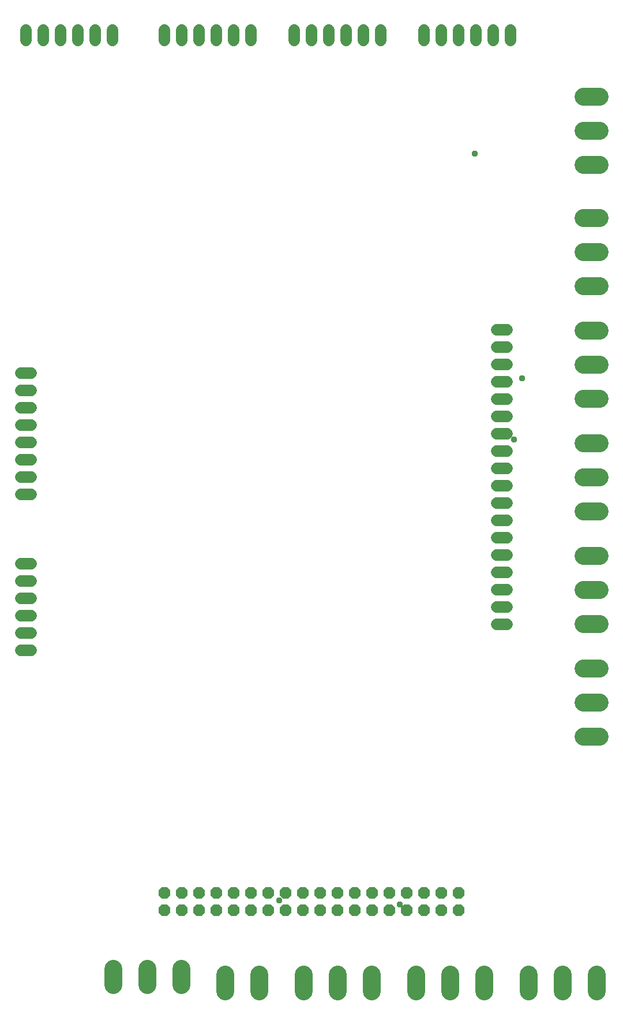
<source format=gbs>
G75*
%MOIN*%
%OFA0B0*%
%FSLAX25Y25*%
%IPPOS*%
%LPD*%
%AMOC8*
5,1,8,0,0,1.08239X$1,22.5*
%
%ADD10C,0.06800*%
%ADD11OC8,0.06800*%
%ADD12C,0.10170*%
%ADD13C,0.03778*%
D10*
X0018000Y0221000D02*
X0024000Y0221000D01*
X0024000Y0231000D02*
X0018000Y0231000D01*
X0018000Y0241000D02*
X0024000Y0241000D01*
X0024000Y0251000D02*
X0018000Y0251000D01*
X0018000Y0261000D02*
X0024000Y0261000D01*
X0024000Y0271000D02*
X0018000Y0271000D01*
X0018000Y0311000D02*
X0024000Y0311000D01*
X0024000Y0321000D02*
X0018000Y0321000D01*
X0018000Y0331000D02*
X0024000Y0331000D01*
X0024000Y0341000D02*
X0018000Y0341000D01*
X0018000Y0351000D02*
X0024000Y0351000D01*
X0024000Y0361000D02*
X0018000Y0361000D01*
X0018000Y0371000D02*
X0024000Y0371000D01*
X0024000Y0381000D02*
X0018000Y0381000D01*
X0021000Y0573000D02*
X0021000Y0579000D01*
X0031000Y0579000D02*
X0031000Y0573000D01*
X0041000Y0573000D02*
X0041000Y0579000D01*
X0051000Y0579000D02*
X0051000Y0573000D01*
X0061000Y0573000D02*
X0061000Y0579000D01*
X0071000Y0579000D02*
X0071000Y0573000D01*
X0101000Y0573000D02*
X0101000Y0579000D01*
X0111000Y0579000D02*
X0111000Y0573000D01*
X0121000Y0573000D02*
X0121000Y0579000D01*
X0131000Y0579000D02*
X0131000Y0573000D01*
X0141000Y0573000D02*
X0141000Y0579000D01*
X0151000Y0579000D02*
X0151000Y0573000D01*
X0176000Y0573000D02*
X0176000Y0579000D01*
X0186000Y0579000D02*
X0186000Y0573000D01*
X0196000Y0573000D02*
X0196000Y0579000D01*
X0206000Y0579000D02*
X0206000Y0573000D01*
X0216000Y0573000D02*
X0216000Y0579000D01*
X0226000Y0579000D02*
X0226000Y0573000D01*
X0251000Y0573000D02*
X0251000Y0579000D01*
X0261000Y0579000D02*
X0261000Y0573000D01*
X0271000Y0573000D02*
X0271000Y0579000D01*
X0281000Y0579000D02*
X0281000Y0573000D01*
X0291000Y0573000D02*
X0291000Y0579000D01*
X0301000Y0579000D02*
X0301000Y0573000D01*
X0299000Y0406000D02*
X0293000Y0406000D01*
X0293000Y0396000D02*
X0299000Y0396000D01*
X0299000Y0386000D02*
X0293000Y0386000D01*
X0293000Y0376000D02*
X0299000Y0376000D01*
X0299000Y0366000D02*
X0293000Y0366000D01*
X0293000Y0356000D02*
X0299000Y0356000D01*
X0299000Y0346000D02*
X0293000Y0346000D01*
X0293000Y0336000D02*
X0299000Y0336000D01*
X0299000Y0326000D02*
X0293000Y0326000D01*
X0293000Y0316000D02*
X0299000Y0316000D01*
X0299000Y0306000D02*
X0293000Y0306000D01*
X0293000Y0296000D02*
X0299000Y0296000D01*
X0299000Y0286000D02*
X0293000Y0286000D01*
X0293000Y0276000D02*
X0299000Y0276000D01*
X0299000Y0266000D02*
X0293000Y0266000D01*
X0293000Y0256000D02*
X0299000Y0256000D01*
X0299000Y0246000D02*
X0293000Y0246000D01*
X0293000Y0236000D02*
X0299000Y0236000D01*
D11*
X0271000Y0081000D03*
X0271000Y0071000D03*
X0261000Y0071000D03*
X0261000Y0081000D03*
X0251000Y0081000D03*
X0251000Y0071000D03*
X0241000Y0071000D03*
X0241000Y0081000D03*
X0231000Y0081000D03*
X0231000Y0071000D03*
X0221000Y0071000D03*
X0221000Y0081000D03*
X0211000Y0081000D03*
X0211000Y0071000D03*
X0201000Y0071000D03*
X0201000Y0081000D03*
X0191000Y0081000D03*
X0191000Y0071000D03*
X0181000Y0071000D03*
X0181000Y0081000D03*
X0171000Y0081000D03*
X0171000Y0071000D03*
X0161000Y0071000D03*
X0161000Y0081000D03*
X0151000Y0081000D03*
X0151000Y0071000D03*
X0141000Y0071000D03*
X0141000Y0081000D03*
X0131000Y0081000D03*
X0131000Y0071000D03*
X0121000Y0071000D03*
X0121000Y0081000D03*
X0111000Y0081000D03*
X0111000Y0071000D03*
X0101000Y0071000D03*
X0101000Y0081000D03*
D12*
X0071315Y0037457D02*
X0071315Y0028087D01*
X0091000Y0028087D02*
X0091000Y0037457D01*
X0110685Y0037457D02*
X0110685Y0028087D01*
X0136157Y0024543D02*
X0136157Y0033913D01*
X0155843Y0033913D02*
X0155843Y0024543D01*
X0181315Y0024543D02*
X0181315Y0033913D01*
X0201000Y0033913D02*
X0201000Y0024543D01*
X0220685Y0024543D02*
X0220685Y0033913D01*
X0246315Y0033913D02*
X0246315Y0024543D01*
X0266000Y0024543D02*
X0266000Y0033913D01*
X0285685Y0033913D02*
X0285685Y0024543D01*
X0311315Y0024543D02*
X0311315Y0033913D01*
X0331000Y0033913D02*
X0331000Y0024543D01*
X0350685Y0024543D02*
X0350685Y0033913D01*
X0352457Y0171315D02*
X0343087Y0171315D01*
X0343087Y0191000D02*
X0352457Y0191000D01*
X0352457Y0210685D02*
X0343087Y0210685D01*
X0343087Y0236315D02*
X0352457Y0236315D01*
X0352457Y0256000D02*
X0343087Y0256000D01*
X0343087Y0275685D02*
X0352457Y0275685D01*
X0352457Y0301315D02*
X0343087Y0301315D01*
X0343087Y0321000D02*
X0352457Y0321000D01*
X0352457Y0340685D02*
X0343087Y0340685D01*
X0343087Y0366315D02*
X0352457Y0366315D01*
X0352457Y0386000D02*
X0343087Y0386000D01*
X0343087Y0405685D02*
X0352457Y0405685D01*
X0352457Y0431315D02*
X0343087Y0431315D01*
X0343087Y0451000D02*
X0352457Y0451000D01*
X0352457Y0470685D02*
X0343087Y0470685D01*
X0343087Y0501315D02*
X0352457Y0501315D01*
X0352457Y0521000D02*
X0343087Y0521000D01*
X0343087Y0540685D02*
X0352457Y0540685D01*
D13*
X0280200Y0507600D03*
X0307800Y0378000D03*
X0303000Y0342600D03*
X0237000Y0074400D03*
X0167400Y0076800D03*
M02*

</source>
